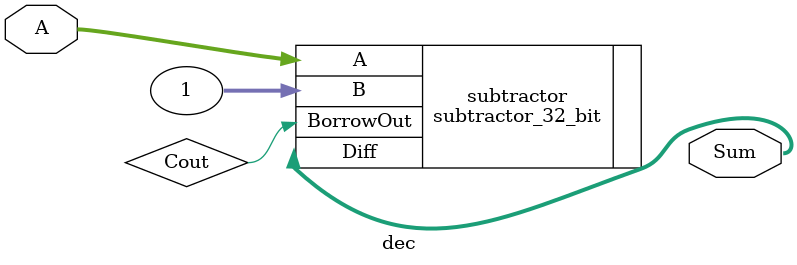
<source format=v>
module inc(
    input [31:0] A,
    output [31:0] Sum
);

wire Cout;

thirty_two_bit_add adder (
    .A(A),
    .B(32'b1),
    .c(1'b0),
    .Sum(Sum),
    .Cout(Cout)
);

endmodule

module dec(
    input [31:0] A,
    output [31:0] Sum
);

wire Cout;

subtractor_32_bit subtractor (
    .A(A),
    .B(32'b1),
    .Diff(Sum),
    .BorrowOut(Cout)
);

endmodule
</source>
